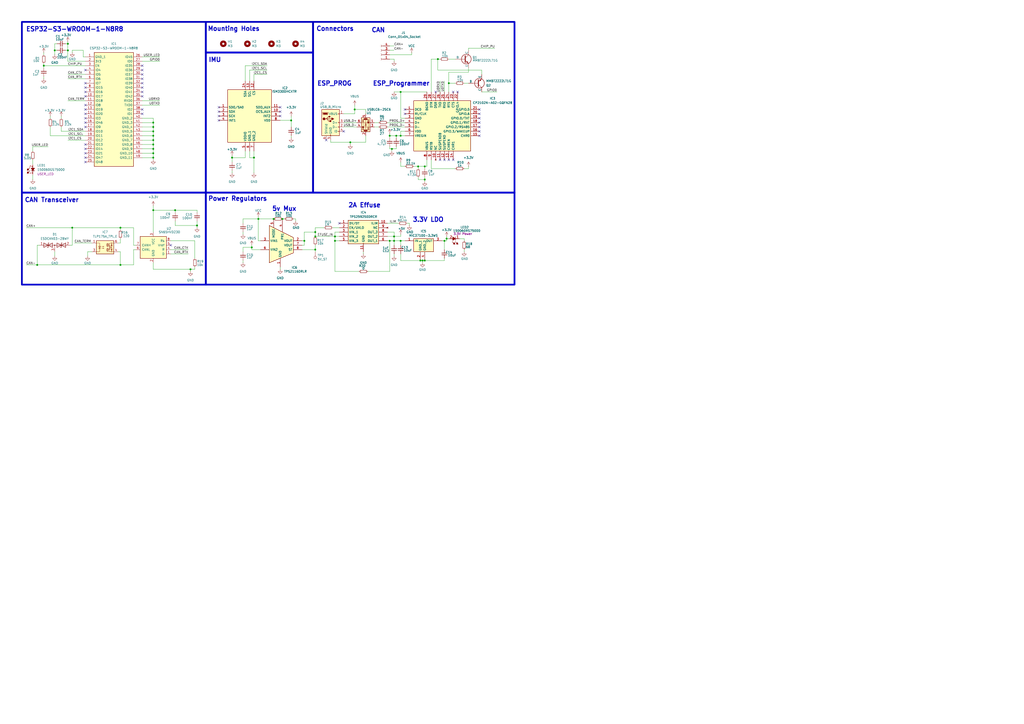
<source format=kicad_sch>
(kicad_sch (version 20250114) (generator "eeschema") (generator_version "9.0")
  (paper "A2")
  (rectangle (start 181.61 12.7) (end 298.45 111.76) (stroke (width 1)))
  (rectangle (start 12.7 12.7) (end 119.38 111.76) (stroke (width 1)))
  (rectangle (start 119.38 111.76) (end 298.45 165.1) (stroke (width 1)))
  (rectangle (start 12.7 111.76) (end 119.38 165.1) (stroke (width 1)))
  (rectangle (start 119.38 12.7) (end 181.61 30.48) (stroke (width 1)))
  (rectangle (start 119.38 30.48) (end 181.61 111.76) (stroke (width 1)))
  (text "3.3V LDO" (at 239.268 129.032 0) (effects (font (size 2.56 2.56) (thickness 0.512) (bold yes)) (justify left bottom)))
  (text "Mounting Holes" (at 120.396 18.288 0) (effects (font (size 2.56 2.56) (thickness 0.512) (bold yes)) (justify left bottom)))
  (text "ESP_Programmer" (at 216.154 50.038 0) (effects (font (size 2.56 2.56) (thickness 0.512) (bold yes)) (justify left bottom)))
  (text "Connectors\n" (at 183.388 18.288 0) (effects (font (size 2.56 2.56) (thickness 0.512) (bold yes)) (justify left bottom)))
  (text "IMU" (at 120.904 36.322 0) (effects (font (size 2.56 2.56) (thickness 0.512) (bold yes)) (justify left bottom)))
  (text "5v Mux" (at 157.734 122.682 0) (effects (font (size 2.56 2.56) (thickness 0.512) (bold yes)) (justify left bottom)))
  (text "ESP32-S3-WROOM-1-N8R8" (at 14.986 18.542 0) (effects (font (size 2.56 2.56) (thickness 0.512) (bold yes)) (justify left bottom)))
  (text "Power Regulators" (at 120.65 116.84 0) (effects (font (size 2.56 2.56) (thickness 0.512) (bold yes)) (justify left bottom)))
  (text "CAN" (at 215.392 19.05 0) (effects (font (size 2.56 2.56) (thickness 0.512) (bold yes)) (justify left bottom)))
  (text "ESP_PROG" (at 183.896 50.038 0) (effects (font (size 2.56 2.56) (thickness 0.512) (bold yes)) (justify left bottom)))
  (text "2A Effuse" (at 201.93 120.65 0) (effects (font (size 2.56 2.56) (thickness 0.512) (bold yes)) (justify left bottom)))
  (text "CAN Transceiver" (at 14.224 117.602 0) (effects (font (size 2.56 2.56) (thickness 0.512) (bold yes)) (justify left bottom)))
  (junction (at 168.91 69.85))
  (junction (at 226.06 139.7))
  (junction (at 88.9 78.74))
  (junction (at 149.86 127))
  (junction (at 147.32 91.44))
  (junction (at 245.11 151.13))
  (junction (at 69.85 153.67))
  (junction (at 88.9 86.36))
  (junction (at 182.88 144.78))
  (junction (at 205.74 63.5))
  (junction (at 39.37 29.21))
  (junction (at 246.38 151.13))
  (junction (at 176.53 139.7))
  (junction (at 41.91 132.08))
  (junction (at 158.75 127))
  (junction (at 25.4 38.1))
  (junction (at 232.41 78.74))
  (junction (at 232.41 53.34))
  (junction (at 228.6 137.16))
  (junction (at 101.6 121.92))
  (junction (at 246.38 96.52))
  (junction (at 88.9 76.2))
  (junction (at 243.84 151.13))
  (junction (at 232.41 139.7))
  (junction (at 88.9 81.28))
  (junction (at 194.31 139.7))
  (junction (at 88.9 73.66))
  (junction (at 246.38 104.14))
  (junction (at 88.9 88.9))
  (junction (at 182.88 137.16))
  (junction (at 146.05 143.51))
  (junction (at 39.37 25.4))
  (junction (at 88.9 71.12))
  (junction (at 110.49 156.21))
  (junction (at 260.35 48.26))
  (junction (at 226.06 78.74))
  (junction (at 257.81 139.7))
  (junction (at 242.57 96.52))
  (junction (at 134.62 91.44))
  (junction (at 114.3 130.81))
  (junction (at 31.75 29.21))
  (junction (at 88.9 121.92))
  (junction (at 203.2 82.55))
  (junction (at 227.33 86.36))
  (junction (at 163.83 127))
  (junction (at 259.08 138.43))
  (junction (at 69.85 132.08))
  (junction (at 228.6 139.7))
  (junction (at 229.87 78.74))
  (junction (at 254 34.29))
  (junction (at 21.59 153.67))
  (junction (at 194.31 137.16))
  (junction (at 88.9 83.82))
  (junction (at 182.88 134.62))
  (junction (at 88.9 91.44))
  (no_connect (at 49.53 71.12))
  (no_connect (at 278.13 66.04))
  (no_connect (at 49.53 48.26))
  (no_connect (at 99.06 142.24))
  (no_connect (at 82.55 66.04))
  (no_connect (at 82.55 45.72))
  (no_connect (at 49.53 66.04))
  (no_connect (at 162.56 67.31))
  (no_connect (at 49.53 40.64))
  (no_connect (at 278.13 78.74))
  (no_connect (at 234.95 63.5))
  (no_connect (at 49.53 55.88))
  (no_connect (at 49.53 93.98))
  (no_connect (at 82.55 43.18))
  (no_connect (at 278.13 73.66))
  (no_connect (at 278.13 71.12))
  (no_connect (at 127 69.85))
  (no_connect (at 278.13 68.58))
  (no_connect (at 265.43 53.34))
  (no_connect (at 49.53 60.96))
  (no_connect (at 162.56 62.23))
  (no_connect (at 278.13 76.2))
  (no_connect (at 189.23 81.28))
  (no_connect (at 49.53 86.36))
  (no_connect (at 82.55 50.8))
  (no_connect (at 257.81 92.71))
  (no_connect (at 49.53 88.9))
  (no_connect (at 49.53 50.8))
  (no_connect (at 49.53 63.5))
  (no_connect (at 82.55 63.5))
  (no_connect (at 127 64.77))
  (no_connect (at 196.85 129.54))
  (no_connect (at 127 62.23))
  (no_connect (at 82.55 40.64))
  (no_connect (at 199.39 76.2))
  (no_connect (at 234.95 66.04))
  (no_connect (at 82.55 55.88))
  (no_connect (at 162.56 64.77))
  (no_connect (at 127 67.31))
  (no_connect (at 49.53 91.44))
  (no_connect (at 82.55 53.34))
  (no_connect (at 262.89 92.71))
  (no_connect (at 49.53 68.58))
  (no_connect (at 82.55 38.1))
  (no_connect (at 49.53 73.66))
  (no_connect (at 262.89 53.34))
  (no_connect (at 252.73 53.34))
  (no_connect (at 278.13 63.5))
  (no_connect (at 260.35 92.71))
  (no_connect (at 49.53 53.34))
  (no_connect (at 49.53 83.82))
  (no_connect (at 82.55 48.26))
  (no_connect (at 255.27 92.71))
  (wire (pts (xy 25.4 44.45) (xy 25.4 45.72)))
  (wire (pts (xy 39.37 29.21) (xy 39.37 35.56)))
  (wire (pts (xy 194.31 137.16) (xy 194.31 134.62)))
  (wire (pts (xy 25.4 36.83) (xy 25.4 38.1)))
  (wire (pts (xy 41.91 142.24) (xy 40.64 142.24)))
  (wire (pts (xy 232.41 68.58) (xy 232.41 53.34)))
  (wire (pts (xy 205.74 66.04) (xy 205.74 63.5)))
  (wire (pts (xy 229.87 85.09) (xy 229.87 86.36)))
  (wire (pts (xy 217.17 73.66) (xy 219.71 73.66)))
  (wire (pts (xy 134.62 90.17) (xy 134.62 91.44)))
  (wire (pts (xy 271.78 27.94) (xy 287.02 27.94)))
  (wire (pts (xy 113.03 156.21) (xy 110.49 156.21)))
  (wire (pts (xy 82.55 91.44) (xy 88.9 91.44)))
  (wire (pts (xy 229.87 78.74) (xy 229.87 80.01)))
  (wire (pts (xy 232.41 76.2) (xy 232.41 78.74)))
  (wire (pts (xy 257.81 139.7) (xy 257.81 144.78)))
  (wire (pts (xy 175.26 142.24) (xy 176.53 142.24)))
  (wire (pts (xy 227.33 86.36) (xy 227.33 87.63)))
  (wire (pts (xy 236.22 129.54) (xy 237.49 129.54)))
  (wire (pts (xy 35.56 73.66) (xy 35.56 76.2)))
  (wire (pts (xy 260.35 48.26) (xy 260.35 53.34)))
  (wire (pts (xy 168.91 69.85) (xy 168.91 73.66)))
  (wire (pts (xy 31.75 31.75) (xy 31.75 29.21)))
  (wire (pts (xy 271.78 96.52) (xy 271.78 97.79)))
  (wire (pts (xy 194.31 134.62) (xy 196.85 134.62)))
  (wire (pts (xy 238.76 31.75) (xy 238.76 30.48)))
  (wire (pts (xy 246.38 102.87) (xy 246.38 104.14)))
  (wire (pts (xy 182.88 134.62) (xy 182.88 137.16)))
  (wire (pts (xy 99.06 139.7) (xy 113.03 139.7)))
  (wire (pts (xy 19.05 85.09) (xy 19.05 87.63)))
  (wire (pts (xy 232.41 137.16) (xy 232.41 135.89)))
  (wire (pts (xy 224.79 73.66) (xy 234.95 73.66)))
  (wire (pts (xy 113.03 139.7) (xy 113.03 149.86)))
  (wire (pts (xy 41.91 132.08) (xy 69.85 132.08)))
  (wire (pts (xy 226.06 86.36) (xy 227.33 86.36)))
  (wire (pts (xy 31.75 25.4) (xy 31.75 29.21)))
  (wire (pts (xy 39.37 81.28) (xy 49.53 81.28)))
  (wire (pts (xy 69.85 132.08) (xy 69.85 133.35)))
  (wire (pts (xy 269.24 97.79) (xy 271.78 97.79)))
  (wire (pts (xy 35.56 67.31) (xy 35.56 68.58)))
  (wire (pts (xy 15.24 153.67) (xy 21.59 153.67)))
  (wire (pts (xy 168.91 78.74) (xy 168.91 80.01)))
  (wire (pts (xy 227.33 86.36) (xy 229.87 86.36)))
  (wire (pts (xy 228.6 34.29) (xy 228.6 35.56)))
  (wire (pts (xy 269.24 48.26) (xy 271.78 48.26)))
  (wire (pts (xy 88.9 86.36) (xy 88.9 83.82)))
  (wire (pts (xy 243.84 151.13) (xy 232.41 151.13)))
  (wire (pts (xy 182.88 137.16) (xy 194.31 137.16)))
  (wire (pts (xy 254 34.29) (xy 255.27 34.29)))
  (wire (pts (xy 82.55 86.36) (xy 88.9 86.36)))
  (wire (pts (xy 101.6 128.27) (xy 101.6 130.81)))
  (wire (pts (xy 149.86 125.73) (xy 149.86 127)))
  (wire (pts (xy 78.74 144.78) (xy 77.47 144.78)))
  (wire (pts (xy 142.24 38.1) (xy 154.94 38.1)))
  (wire (pts (xy 237.49 129.54) (xy 237.49 130.81)))
  (wire (pts (xy 149.86 127) (xy 149.86 139.7)))
  (wire (pts (xy 226.06 77.47) (xy 226.06 78.74)))
  (wire (pts (xy 43.18 140.97) (xy 53.34 140.97)))
  (wire (pts (xy 49.53 33.02) (xy 48.26 33.02)))
  (wire (pts (xy 259.08 138.43) (xy 259.08 139.7)))
  (wire (pts (xy 50.8 146.05) (xy 50.8 148.59)))
  (wire (pts (xy 88.9 76.2) (xy 88.9 73.66)))
  (wire (pts (xy 149.86 127) (xy 158.75 127)))
  (wire (pts (xy 19.05 92.71) (xy 19.05 95.25)))
  (wire (pts (xy 69.85 138.43) (xy 69.85 140.97)))
  (wire (pts (xy 242.57 96.52) (xy 242.57 97.79)))
  (wire (pts (xy 88.9 88.9) (xy 88.9 86.36)))
  (wire (pts (xy 228.6 147.32) (xy 228.6 148.59)))
  (wire (pts (xy 228.6 134.62) (xy 228.6 137.16)))
  (wire (pts (xy 175.26 144.78) (xy 182.88 144.78)))
  (wire (pts (xy 69.85 153.67) (xy 77.47 153.67)))
  (wire (pts (xy 279.4 53.34) (xy 288.29 53.34)))
  (wire (pts (xy 88.9 121.92) (xy 88.9 119.38)))
  (wire (pts (xy 232.41 96.52) (xy 234.95 96.52)))
  (wire (pts (xy 224.79 137.16) (xy 228.6 137.16)))
  (wire (pts (xy 182.88 132.08) (xy 187.96 132.08)))
  (wire (pts (xy 144.78 87.63) (xy 144.78 91.44)))
  (wire (pts (xy 88.9 71.12) (xy 88.9 68.58)))
  (wire (pts (xy 99.06 147.32) (xy 109.22 147.32)))
  (wire (pts (xy 232.41 139.7) (xy 234.95 139.7)))
  (wire (pts (xy 82.55 78.74) (xy 88.9 78.74)))
  (wire (pts (xy 21.59 153.67) (xy 69.85 153.67)))
  (wire (pts (xy 101.6 121.92) (xy 101.6 123.19)))
  (wire (pts (xy 134.62 91.44) (xy 134.62 93.98)))
  (wire (pts (xy 162.56 154.94) (xy 162.56 156.21)))
  (wire (pts (xy 245.11 151.13) (xy 245.11 152.4)))
  (wire (pts (xy 194.31 139.7) (xy 196.85 139.7)))
  (wire (pts (xy 203.2 82.55) (xy 212.09 82.55)))
  (wire (pts (xy 114.3 128.27) (xy 114.3 130.81)))
  (wire (pts (xy 232.41 78.74) (xy 234.95 78.74)))
  (wire (pts (xy 246.38 96.52) (xy 247.65 96.52)))
  (wire (pts (xy 176.53 142.24) (xy 176.53 139.7)))
  (wire (pts (xy 31.75 29.21) (xy 33.02 29.21)))
  (wire (pts (xy 243.84 151.13) (xy 245.11 151.13)))
  (wire (pts (xy 226.06 80.01) (xy 226.06 78.74)))
  (wire (pts (xy 199.39 73.66) (xy 207.01 73.66)))
  (wire (pts (xy 146.05 142.24) (xy 146.05 143.51)))
  (wire (pts (xy 50.8 146.05) (xy 53.34 146.05)))
  (wire (pts (xy 19.05 101.6) (xy 19.05 104.14)))
  (wire (pts (xy 271.78 41.91) (xy 260.35 41.91)))
  (wire (pts (xy 110.49 156.21) (xy 88.9 156.21)))
  (wire (pts (xy 228.6 139.7) (xy 232.41 139.7)))
  (wire (pts (xy 21.59 142.24) (xy 22.86 142.24)))
  (wire (pts (xy 171.45 127) (xy 171.45 128.27)))
  (wire (pts (xy 228.6 137.16) (xy 228.6 139.7)))
  (wire (pts (xy 110.49 156.21) (xy 110.49 157.48)))
  (wire (pts (xy 82.55 73.66) (xy 88.9 73.66)))
  (wire (pts (xy 247.65 92.71) (xy 247.65 96.52)))
  (wire (pts (xy 271.78 27.94) (xy 271.78 29.21)))
  (wire (pts (xy 194.31 137.16) (xy 196.85 137.16)))
  (wire (pts (xy 140.97 143.51) (xy 140.97 146.05)))
  (wire (pts (xy 140.97 135.89) (xy 140.97 134.62)))
  (wire (pts (xy 279.4 43.18) (xy 279.4 40.64)))
  (wire (pts (xy 144.78 40.64) (xy 154.94 40.64)))
  (wire (pts (xy 260.35 48.26) (xy 264.16 48.26)))
  (wire (pts (xy 77.47 132.08) (xy 77.47 142.24)))
  (wire (pts (xy 142.24 91.44) (xy 134.62 91.44)))
  (wire (pts (xy 19.05 85.09) (xy 27.94 85.09)))
  (wire (pts (xy 256.54 139.7) (xy 257.81 139.7)))
  (wire (pts (xy 199.39 66.04) (xy 205.74 66.04)))
  (wire (pts (xy 147.32 46.99) (xy 147.32 43.18)))
  (wire (pts (xy 101.6 130.81) (xy 114.3 130.81)))
  (wire (pts (xy 217.17 71.12) (xy 219.71 71.12)))
  (wire (pts (xy 259.08 138.43) (xy 259.08 137.16)))
  (wire (pts (xy 82.55 81.28) (xy 88.9 81.28)))
  (wire (pts (xy 69.85 140.97) (xy 68.58 140.97)))
  (wire (pts (xy 77.47 144.78) (xy 77.47 153.67)))
  (wire (pts (xy 228.6 139.7) (xy 228.6 142.24)))
  (wire (pts (xy 29.21 67.31) (xy 29.21 68.58)))
  (wire (pts (xy 48.26 29.21) (xy 41.91 29.21)))
  (wire (pts (xy 77.47 142.24) (xy 78.74 142.24)))
  (wire (pts (xy 232.41 147.32) (xy 232.41 151.13)))
  (wire (pts (xy 39.37 35.56) (xy 49.53 35.56)))
  (wire (pts (xy 176.53 139.7) (xy 175.26 139.7)))
  (wire (pts (xy 147.32 91.44) (xy 147.32 100.33)))
  (wire (pts (xy 31.75 146.05) (xy 31.75 148.59)))
  (wire (pts (xy 213.36 157.48) (xy 226.06 157.48)))
  (wire (pts (xy 29.21 78.74) (xy 49.53 78.74)))
  (wire (pts (xy 224.79 129.54) (xy 231.14 129.54)))
  (wire (pts (xy 246.38 104.14) (xy 246.38 105.41)))
  (wire (pts (xy 226.06 26.67) (xy 228.6 26.67)))
  (wire (pts (xy 82.55 88.9) (xy 88.9 88.9)))
  (wire (pts (xy 250.19 97.79) (xy 264.16 97.79)))
  (wire (pts (xy 82.55 83.82) (xy 88.9 83.82)))
  (wire (pts (xy 29.21 73.66) (xy 29.21 78.74)))
  (wire (pts (xy 88.9 73.66) (xy 88.9 71.12)))
  (wire (pts (xy 31.75 25.4) (xy 33.02 25.4)))
  (wire (pts (xy 269.24 138.43) (xy 269.24 139.7)))
  (wire (pts (xy 259.08 138.43) (xy 260.35 138.43)))
  (wire (pts (xy 114.3 121.92) (xy 114.3 123.19)))
  (wire (pts (xy 242.57 96.52) (xy 246.38 96.52)))
  (wire (pts (xy 242.57 104.14) (xy 246.38 104.14)))
  (wire (pts (xy 113.03 154.94) (xy 113.03 156.21)))
  (wire (pts (xy 88.9 156.21) (xy 88.9 152.4)))
  (wire (pts (xy 69.85 132.08) (xy 77.47 132.08)))
  (wire (pts (xy 25.4 30.48) (xy 25.4 31.75)))
  (wire (pts (xy 146.05 143.51) (xy 146.05 144.78)))
  (wire (pts (xy 229.87 78.74) (xy 232.41 78.74)))
  (wire (pts (xy 210.82 146.05) (xy 210.82 147.32)))
  (wire (pts (xy 250.19 53.34) (xy 250.19 34.29)))
  (wire (pts (xy 39.37 45.72) (xy 49.53 45.72)))
  (wire (pts (xy 39.37 24.13) (xy 39.37 25.4)))
  (wire (pts (xy 250.19 34.29) (xy 254 34.29)))
  (wire (pts (xy 257.81 149.86) (xy 257.81 151.13)))
  (wire (pts (xy 182.88 142.24) (xy 182.88 144.78)))
  (wire (pts (xy 82.55 35.56) (xy 92.71 35.56)))
  (wire (pts (xy 245.11 151.13) (xy 246.38 151.13)))
  (wire (pts (xy 269.24 144.78) (xy 269.24 146.05)))
  (wire (pts (xy 176.53 134.62) (xy 182.88 134.62)))
  (wire (pts (xy 199.39 71.12) (xy 207.01 71.12)))
  (wire (pts (xy 68.58 146.05) (xy 69.85 146.05)))
  (wire (pts (xy 147.32 87.63) (xy 147.32 91.44)))
  (wire (pts (xy 194.31 157.48) (xy 208.28 157.48)))
  (wire (pts (xy 191.77 81.28) (xy 191.77 82.55)))
  (wire (pts (xy 232.41 76.2) (xy 234.95 76.2)))
  (wire (pts (xy 171.45 127) (xy 170.18 127)))
  (wire (pts (xy 228.6 29.21) (xy 226.06 29.21)))
  (wire (pts (xy 114.3 130.81) (xy 114.3 132.08)))
  (wire (pts (xy 39.37 43.18) (xy 49.53 43.18)))
  (wire (pts (xy 266.7 138.43) (xy 269.24 138.43)))
  (wire (pts (xy 144.78 91.44) (xy 147.32 91.44)))
  (wire (pts (xy 182.88 144.78) (xy 182.88 146.05)))
  (wire (pts (xy 146.05 143.51) (xy 140.97 143.51)))
  (wire (pts (xy 224.79 139.7) (xy 226.06 139.7)))
  (wire (pts (xy 140.97 151.13) (xy 140.97 152.4)))
  (wire (pts (xy 255.27 46.99) (xy 255.27 53.34)))
  (wire (pts (xy 226.06 78.74) (xy 229.87 78.74)))
  (wire (pts (xy 254 40.64) (xy 254 34.29)))
  (wire (pts (xy 226.06 31.75) (xy 238.76 31.75)))
  (wire (pts (xy 168.91 67.31) (xy 168.91 69.85)))
  (wire (pts (xy 232.41 142.24) (xy 232.41 139.7)))
  (wire (pts (xy 226.06 139.7) (xy 228.6 139.7)))
  (wire (pts (xy 39.37 25.4) (xy 39.37 29.21)))
  (wire (pts (xy 41.91 29.21) (xy 41.91 30.48)))
  (wire (pts (xy 194.31 137.16) (xy 194.31 139.7)))
  (wire (pts (xy 212.09 78.74) (xy 212.09 82.55)))
  (wire (pts (xy 82.55 58.42) (xy 92.71 58.42)))
  (wire (pts (xy 250.19 92.71) (xy 250.19 97.79)))
  (wire (pts (xy 224.79 71.12) (xy 234.95 71.12)))
  (wire (pts (xy 69.85 146.05) (xy 69.85 153.67)))
  (wire (pts (xy 232.41 93.98) (xy 232.41 96.52)))
  (wire (pts (xy 38.1 29.21) (xy 39.37 29.21)))
  (wire (pts (xy 260.35 41.91) (xy 260.35 48.26)))
  (wire (pts (xy 88.9 78.74) (xy 88.9 76.2)))
  (wire (pts (xy 48.26 33.02) (xy 48.26 29.21)))
  (wire (pts (xy 176.53 139.7) (xy 176.53 134.62)))
  (wire (pts (xy 212.09 66.04) (xy 212.09 63.5)))
  (wire (pts (xy 35.56 76.2) (xy 49.53 76.2)))
  (wire (pts (xy 25.4 38.1) (xy 49.53 38.1)))
  (wire (pts (xy 134.62 99.06) (xy 134.62 100.33)))
  (wire (pts (xy 82.55 33.02) (xy 92.71 33.02)))
  (wire (pts (xy 259.08 139.7) (xy 257.81 139.7)))
  (wire (pts (xy 182.88 132.08) (xy 182.88 134.62)))
  (wire (pts (xy 242.57 102.87) (xy 242.57 104.14)))
  (wire (pts (xy 88.9 83.82) (xy 88.9 81.28)))
  (wire (pts (xy 140.97 127) (xy 149.86 127)))
  (wire (pts (xy 247.65 53.34) (xy 232.41 53.34)))
  (wire (pts (xy 224.79 134.62) (xy 228.6 134.62)))
  (wire (pts (xy 271.78 39.37) (xy 271.78 41.91)))
  (wire (pts (xy 88.9 121.92) (xy 88.9 134.62)))
  (wire (pts (xy 228.6 34.29) (xy 226.06 34.29)))
  (wire (pts (xy 226.06 157.48) (xy 226.06 139.7)))
  (wire (pts (xy 147.32 43.18) (xy 154.94 43.18)))
  (wire (pts (xy 39.37 58.42) (xy 49.53 58.42)))
  (wire (pts (xy 246.38 96.52) (xy 246.38 97.79)))
  (wire (pts (xy 203.2 82.55) (xy 203.2 83.82)))
  (wire (pts (xy 25.4 39.37) (xy 25.4 38.1)))
  (wire (pts (xy 142.24 46.99) (xy 142.24 38.1)))
  (wire (pts (xy 88.9 91.44) (xy 88.9 88.9)))
  (wire (pts (xy 142.24 87.63) (xy 142.24 91.44)))
  (wire (pts (xy 162.56 69.85) (xy 168.91 69.85)))
  (wire (pts (xy 234.95 68.58) (xy 232.41 68.58)))
  (wire (pts (xy 203.2 82.55) (xy 191.77 82.55)))
  (wire (pts (xy 149.86 139.7) (xy 151.13 139.7)))
  (wire (pts (xy 99.06 144.78) (xy 109.22 144.78)))
  (wire (pts (xy 88.9 68.58) (xy 82.55 68.58)))
  (wire (pts (xy 140.97 127) (xy 140.97 129.54)))
  (wire (pts (xy 228.6 137.16) (xy 232.41 137.16)))
  (wire (pts (xy 101.6 121.92) (xy 114.3 121.92)))
  (wire (pts (xy 246.38 151.13) (xy 257.81 151.13)))
  (wire (pts (xy 240.03 96.52) (xy 242.57 96.52)))
  (wire (pts (xy 205.74 63.5) (xy 205.74 60.96)))
  (wire (pts (xy 212.09 63.5) (xy 205.74 63.5)))
  (wire (pts (xy 226.06 85.09) (xy 226.06 86.36)))
  (wire (pts (xy 82.55 76.2) (xy 88.9 76.2)))
  (wire (pts (xy 144.78 46.99) (xy 144.78 40.64)))
  (wire (pts (xy 82.55 60.96) (xy 92.71 60.96)))
  (wire (pts (xy 38.1 25.4) (xy 39.37 25.4)))
  (wire (pts (xy 194.31 139.7) (xy 194.31 157.48)))
  (wire (pts (xy 279.4 40.64) (xy 254 40.64)))
  (wire (pts (xy 82.55 71.12) (xy 88.9 71.12)))
  (wire (pts (xy 193.04 132.08) (xy 196.85 132.08)))
  (wire (pts (xy 165.1 127) (xy 163.83 127)))
  (wire (pts (xy 15.24 132.08) (xy 41.91 132.08)))
  (wire (pts (xy 146.05 144.78) (xy 151.13 144.78)))
  (wire (pts (xy 88.9 121.92) (xy 101.6 121.92)))
  (wire (pts (xy 41.91 132.08) (xy 41.91 142.24)))
  (wire (pts (xy 21.59 142.24) (xy 21.59 153.67)))
  (wire (pts (xy 232.41 53.34) (xy 228.6 53.34)))
  (wire (pts (xy 88.9 92.71) (xy 88.9 91.44)))
  (wire (pts (xy 257.81 46.99) (xy 257.81 53.34)))
  (wire (pts (xy 260.35 34.29) (xy 264.16 34.29)))
  (wire (pts (xy 88.9 81.28) (xy 88.9 78.74)))
  (label "CHIP_PU" (at 39.37 38.1 0))
  (label "CAN-" (at 15.24 153.67 0))
  (label "CAN_RTX" (at 109.22 147.32 180))
  (label "USB_D-" (at 207.01 73.66 180))
  (label "CAN_TERM" (at 39.37 58.42 0))
  (label "U0TXD" (at 92.71 60.96 180))
  (label "I2C1_SDA" (at 39.37 76.2 0))
  (label "EFUSE_IN" (at 184.15 137.16 0))
  (label "PROG_D+" (at 234.95 71.12 180))
  (label "PROG_D-" (at 234.95 73.66 180))
  (label "CAN+" (at 15.24 132.08 0))
  (label "CAN_CTX" (at 109.22 144.78 180))
  (label "U0RXD" (at 255.27 46.99 270))
  (label "ILIM" (at 229.87 129.54 180))
  (label "I2C1_SDA" (at 154.94 38.1 180))
  (label "CAN_RTX" (at 39.37 45.72 0))
  (label "CAN-" (at 228.6 29.21 0))
  (label "USER_LED" (at 27.94 85.09 180))
  (label "GPIO0" (at 288.29 53.34 180))
  (label "CAN_TERM" (at 43.18 140.97 0))
  (label "CAN+" (at 228.6 26.67 0))
  (label "CHIP_PU" (at 287.02 27.94 180))
  (label "I2C1_SCL" (at 154.94 40.64 180))
  (label "USB_D+" (at 207.01 71.12 180))
  (label "I2C1_CS" (at 39.37 81.28 0))
  (label "I2C1_SCL" (at 39.37 78.74 0))
  (label "U0TXD" (at 257.81 46.99 270))
  (label "U0RXD" (at 92.71 58.42 180))
  (label "GPIO0" (at 92.71 35.56 180))
  (label "USER_LED" (at 92.71 33.02 180))
  (label "CAN_CTX" (at 39.37 43.18 0))
  (label "I2C1_CS" (at 154.94 43.18 180))
  (symbol (lib_id "power:+3.3V") (at 259.08 137.16 0) (unit 1)
    (property "Reference" "#PWR032" (effects (hide yes)))
    (property "Value" "+3.3V" (at 259.08 133.35 0))
    (property "Description" "Power symbol creates a global label with name \"+3.3V\"" (effects (hide yes)))
  )
  (symbol (lib_id "power:GND") (at 114.3 132.08 0) (unit 1)
    (property "Reference" "#PWR029" (effects (hide yes)))
    (property "Value" "GND" (at 114.3 137.16 0))
    (property "Description" "Power symbol creates a global label with name \"GND\" , ground" (effects (hide yes)))
  )
  (symbol (lib_id "Device:C_Small") (at 134.62 96.52 180) (unit 1)
    (property "Reference" "C7" (at 139.7 95.504 0) (effects (justify left)))
    (property "Value" "1uF" (at 140.462 97.282 0) (effects (justify left)))
    (property "Footprint" "Capacitor_SMD:C_0603_1608Metric" (effects (hide yes)))
  )
  (symbol (lib_id "Device:R_Small") (at 161.29 127 270) (unit 1)
    (property "Reference" "R12" (at 159.512 123.698 90) (effects (justify left)))
    (property "Value" "10k" (at 161.29 125.222 90))
    (property "Footprint" "Resistor_SMD:R_0603_1608Metric" (effects (hide yes)))
  )
  (symbol (lib_id "power:GND") (at 168.91 80.01 0) (unit 1)
    (property "Reference" "#PWR014" (effects (hide yes)))
    (property "Value" "GND" (at 168.91 85.09 0))
    (property "Description" "Power symbol creates a global label with name \"GND\" , ground" (effects (hide yes)))
  )
  (symbol (lib_id "power:+3.3V") (at 88.9 119.38 0) (unit 1)
    (property "Reference" "#PWR025" (effects (hide yes)))
    (property "Value" "+3.3V" (at 88.9 114.3 0))
    (property "Description" "Power symbol creates a global label with name \"+3.3V\"" (effects (hide yes)))
  )
  (symbol (lib_id "SDM_LED:150060RS75000") (at 266.7 138.43 180) (unit 1)
    (property "Reference" "LED2" (at 269.494 131.826 0))
    (property "Value" "150060RS75000" (at 270.764 133.858 0))
    (property "Footprint" "SDM_MiscFootprint:LEDC1608X80N" (effects (hide yes)))
    (property "Datasheet" "https://www.we-online.com/components/products/datasheet/150060RS75000.pdf" (effects (hide yes)))
    (property "Description" "WURTH ELEKTRONIK - 150060RS75000 - LED, 0603, RED, 250MCD, 625NM" (effects (hide yes)))
    (property "Measure" "3.3V Power" (at 268.478 135.636 0))
    (property "Height" "0.8" (effects (hide yes)))
    (property "Mouser Part Number" "710-150060RS75000" (effects (hide yes)))
    (property "Mouser Price/Stock" "https://www.mouser.co.uk/ProductDetail/Wurth-Elektronik/150060RS75000?qs=LlUlMxKIyB3QnmZ3fw%2FVCA%3D%3D" (effects (hide yes)))
    (property "Manufacturer_Name" "Wurth Elektronik" (effects (hide yes)))
    (property "Manufacturer_Part_Number" "150060RS75000" (effects (hide yes)))
  )
  (symbol (lib_id "Device:C_Small") (at 257.81 147.32 180) (unit 1)
    (property "Reference" "C14" (at 262.382 146.304 0) (effects (justify left)))
    (property "Value" "10uF" (at 264.668 148.082 0) (effects (justify left)))
    (property "Footprint" "Capacitor_SMD:C_0603_1608Metric" (effects (hide yes)))
  )
  (symbol (lib_id "Device:C_Small") (at 35.56 25.4 270) (unit 1)
    (property "Reference" "C1" (at 32.258 21.082 90) (effects (justify left)))
    (property "Value" "10uF" (at 32.258 22.86 90) (effects (justify left)))
    (property "Footprint" "Capacitor_SMD:C_0603_1608Metric" (effects (hide yes)))
  )
  (symbol (lib_id "Connector:USB_B_Micro") (at 191.77 71.12 0) (unit 1)
    (property "Reference" "J2" (at 186.69 59.944 0))
    (property "Value" "USB_B_Micro" (at 191.77 61.976 0))
    (property "Footprint" "Connector_USB:USB_Micro-B_Molex-105017-0001" (effects (hide yes)))
    (property "Description" "USB Micro Type B connector" (effects (hide yes)))
  )
  (symbol (lib_id "Device:R_Small") (at 35.56 71.12 0) (unit 1)
    (property "Reference" "R5" (at 37.338 70.612 0) (effects (justify left)))
    (property "Value" "2.2k" (at 37.338 72.136 0) (effects (justify left)))
    (property "Footprint" "Resistor_SMD:R_0603_1608Metric" (effects (hide yes)))
  )
  (symbol (lib_id "Device:C_Small") (at 246.38 100.33 180) (unit 1)
    (property "Reference" "C8" (at 250.952 99.314 0) (effects (justify left)))
    (property "Value" "1uF" (at 252.222 101.092 0) (effects (justify left)))
    (property "Footprint" "Capacitor_SMD:C_0603_1608Metric" (effects (hide yes)))
  )
  (symbol (lib_id "Device:C_Small") (at 35.56 29.21 270) (unit 1)
    (property "Reference" "C2" (at 33.528 31.75 90) (effects (justify left)))
    (property "Value" "100nF" (at 33.02 33.274 90) (effects (justify left)))
    (property "Footprint" "Capacitor_SMD:C_0603_1608Metric" (effects (hide yes)))
  )
  (symbol (lib_id "power:GND") (at 19.05 104.14 0) (unit 1)
    (property "Reference" "#PWR023" (effects (hide yes)))
    (property "Value" "GND" (at 19.05 109.22 0))
    (property "Description" "Power symbol creates a global label with name \"GND\" , ground" (effects (hide yes)))
  )
  (symbol (lib_id "Device:R_Small") (at 233.68 129.54 270) (unit 1)
    (property "Reference" "R14" (at 231.648 125.984 90) (effects (justify left)))
    (property "Value" "60.4k" (at 233.426 127.762 90))
    (property "Footprint" "Resistor_SMD:R_0603_1608Metric" (effects (hide yes)))
  )
  (symbol (lib_id "power:GND") (at 245.11 152.4 0) (unit 1)
    (property "Reference" "#PWR040" (effects (hide yes)))
    (property "Value" "GND" (at 245.11 156.464 0))
    (property "Description" "Power symbol creates a global label with name \"GND\" , ground" (effects (hide yes)))
  )
  (symbol (lib_id "power:GND") (at 41.91 30.48 0) (unit 1)
    (property "Reference" "#PWR03" (effects (hide yes)))
    (property "Value" "GND" (at 41.91 34.29 0))
    (property "Description" "Power symbol creates a global label with name \"GND\" , ground" (effects (hide yes)))
  )
  (symbol (lib_id "Mechanical:MountingHole") (at 143.51 25.4 0) (unit 1)
    (property "Reference" "H2" (at 146.05 24.13 0) (effects (justify left)))
    (property "Value" "M3" (at 146.05 26.67 0) (effects (justify left)))
    (property "Footprint" "MountingHole:MountingHole_3.2mm_M3" (effects (hide yes)))
  )
  (symbol (lib_id "power:+3.3V") (at 29.21 67.31 0) (unit 1)
    (property "Reference" "#PWR010" (effects (hide yes)))
    (property "Value" "+3.3V" (at 28.702 64.008 0))
    (property "Description" "Power symbol creates a global label with name \"+3.3V\"" (effects (hide yes)))
  )
  (symbol (lib_id "Device:R_Small") (at 210.82 157.48 90) (unit 1)
    (property "Reference" "R20" (at 212.09 154.178 90) (effects (justify left)))
    (property "Value" "0" (at 210.82 155.702 90))
    (property "Footprint" "Resistor_SMD:R_0603_1608Metric" (effects (hide yes)))
  )
  (symbol (lib_id "Device:R_Small") (at 25.4 34.29 180) (unit 1)
    (property "Reference" "R1" (at 23.114 33.782 0) (effects (justify left)))
    (property "Value" "10k" (at 22.86 35.306 0) (effects (justify left)))
    (property "Footprint" "Resistor_SMD:R_0603_1608Metric" (effects (hide yes)))
  )
  (symbol (lib_id "power:VBUS") (at 232.41 93.98 0) (unit 1)
    (property "Reference" "#PWR019" (effects (hide yes)))
    (property "Value" "VBUS" (at 232.41 88.9 0))
    (property "Description" "Power symbol creates a global label with name \"VBUS\"" (effects (hide yes)))
  )
  (symbol (lib_id "power:GND") (at 147.32 100.33 0) (unit 1)
    (property "Reference" "#PWR022" (effects (hide yes)))
    (property "Value" "GND" (at 147.32 105.41 0))
    (property "Description" "Power symbol creates a global label with name \"GND\" , ground" (effects (hide yes)))
  )
  (symbol (lib_id "SDM_EFUSE:TPS259250DRCR") (at 196.85 129.54 0) (unit 1)
    (property "Reference" "IC4" (at 210.82 123.19 0))
    (property "Value" "TPS259250DRCR" (at 210.82 125.73 0))
    (property "Footprint" "SON50P300X300X100-11L-D" (effects (hide yes)))
    (property "Datasheet" "http://www.ti.com/lit/gpn/tps25925" (effects (hide yes)))
    (property "Description" "5V, 5A, 30m eFuse with Adjustable +/-15% Accurate Current Limit" (effects (hide yes)))
    (property "Height" "1" (effects (hide yes)))
    (property "Mouser Part Number" "595-TPS259250DRCR" (effects (hide yes)))
    (property "Mouser Price/Stock" "https://www.mouser.co.uk/ProductDetail/Texas-Instruments/TPS259250DRCR?qs=rBWM4%252BvDhIeFy%2FS41XVtgA%3D%3D" (effects (hide yes)))
    (property "Manufacturer_Name" "Texas Instruments" (effects (hide yes)))
    (property "Manufacturer_Part_Number" "TPS259250DRCR" (effects (hide yes)))
  )
  (symbol (lib_id "SDM_TRANSISTOR:MMBT2222LT1G") (at 276.86 48.26 0) (mirror x) (unit 1)
    (property "Reference" "Q2" (at 281.94 49.5301 0) (effects (justify left)))
    (property "Value" "MMBT2222LT1G" (at 281.94 46.9901 0) (effects (justify left)))
    (property "Footprint" "SDM_MiscFootprint:SOT96P237X111-3N" (effects (hide yes)))
    (property "Datasheet" "https://ngspice.sourceforge.io/docs/ngspice-html-manual/manual.xhtml#cha_BJTs" (effects (hide yes)))
    (property "Description" "Bipolar transistor symbol for simulation only, substrate tied to the emitter" (effects (hide yes)))
    (property "Sim.Device" "NPN" (effects (hide yes)))
    (property "Sim.Type" "GUMMELPOON" (effects (hide yes)))
    (property "Sim.Pins" "1=C 2=B 3=E" (effects (hide yes)))
  )
  (symbol (lib_id "Device:R_Small") (at 242.57 100.33 0) (unit 1)
    (property "Reference" "R11" (at 237.49 99.568 0) (effects (justify left)))
    (property "Value" "47.5k" (at 236.22 101.346 0) (effects (justify left)))
    (property "Footprint" "Resistor_SMD:R_0603_1608Metric" (effects (hide yes)))
  )
  (symbol (lib_id "Device:R_Small") (at 269.24 142.24 180) (unit 1)
    (property "Reference" "R18" (at 274.066 141.478 0) (effects (justify left)))
    (property "Value" "68" (at 272.796 143.256 0) (effects (justify left)))
    (property "Footprint" "Resistor_SMD:R_0603_1608Metric" (effects (hide yes)))
  )
  (symbol (lib_id "Device:R_Small") (at 182.88 139.7 0) (unit 1)
    (property "Reference" "R17" (at 183.896 139.446 0) (effects (justify left)))
    (property "Value" "10k" (at 185.928 141.224 0))
    (property "Footprint" "Resistor_SMD:R_0603_1608Metric" (effects (hide yes)))
  )
  (symbol (lib_id "Device:C_Small") (at 232.41 144.78 180) (unit 1)
    (property "Reference" "C13" (at 236.728 143.51 0) (effects (justify left)))
    (property "Value" "10uF" (at 239.014 145.288 0) (effects (justify left)))
    (property "Footprint" "Capacitor_SMD:C_0603_1608Metric" (effects (hide yes)))
  )
  (symbol (lib_id "power:GND") (at 140.97 152.4 0) (unit 1)
    (property "Reference" "#PWR039" (effects (hide yes)))
    (property "Value" "GND" (at 140.97 157.48 0))
    (property "Description" "Power symbol creates a global label with name \"GND\" , ground" (effects (hide yes)))
  )
  (symbol (lib_id "power:GND") (at 110.49 157.48 0) (unit 1)
    (property "Reference" "#PWR042" (effects (hide yes)))
    (property "Value" "GND" (at 110.49 162.56 0))
    (property "Description" "Power symbol creates a global label with name \"GND\" , ground" (effects (hide yes)))
  )
  (symbol (lib_id "power:+3.3V") (at 39.37 24.13 0) (unit 1)
    (property "Reference" "#PWR01" (effects (hide yes)))
    (property "Value" "+3.3V" (at 38.354 20.32 0))
    (property "Description" "Power symbol creates a global label with name \"+3.3V\"" (effects (hide yes)))
  )
  (symbol (lib_id "Device:R_Small") (at 222.25 73.66 270) (unit 1)
    (property "Reference" "R7" (at 220.218 75.692 90) (effects (justify left)))
    (property "Value" "27" (at 220.218 77.47 90) (effects (justify left)))
    (property "Footprint" "Resistor_SMD:R_0603_1608Metric" (effects (hide yes)))
  )
  (symbol (lib_id "power:VCC") (at 238.76 30.48 0) (unit 1)
    (property "Reference" "#PWR04" (effects (hide yes)))
    (property "Value" "VCC" (at 238.76 26.67 0))
    (property "Description" "Power symbol creates a global label with name \"VCC\"" (effects (hide yes)))
  )
  (symbol (lib_id "Device:R_Small") (at 113.03 152.4 180) (unit 1)
    (property "Reference" "R19" (at 118.11 151.638 0) (effects (justify left)))
    (property "Value" "10k" (at 117.856 153.67 0) (effects (justify left)))
    (property "Footprint" "Resistor_SMD:R_0603_1608Metric" (effects (hide yes)))
  )
  (symbol (lib_id "power:+3.3V") (at 168.91 67.31 0) (unit 1)
    (property "Reference" "#PWR012" (effects (hide yes)))
    (property "Value" "+3.3V" (at 168.91 62.23 0))
    (property "Description" "Power symbol creates a global label with name \"+3.3V\"" (effects (hide yes)))
  )
  (symbol (lib_id "Device:R_Small") (at 257.81 34.29 270) (unit 1)
    (property "Reference" "R2" (at 256.286 30.734 90) (effects (justify left)))
    (property "Value" "10k" (at 256.286 32.512 90) (effects (justify left)))
    (property "Footprint" "Resistor_SMD:R_0603_1608Metric" (effects (hide yes)))
  )
  (symbol (lib_id "Device:C_Small") (at 226.06 82.55 180) (unit 1)
    (property "Reference" "C5" (at 223.774 81.788 0) (effects (justify left)))
    (property "Value" "4.7uF" (at 224.282 83.566 0) (effects (justify left)))
    (property "Footprint" "Capacitor_SMD:C_0603_1608Metric" (effects (hide yes)))
  )
  (symbol (lib_id "power:GND") (at 134.62 100.33 0) (unit 1)
    (property "Reference" "#PWR021" (effects (hide yes)))
    (property "Value" "GND" (at 134.62 105.41 0))
    (property "Description" "Power symbol creates a global label with name \"GND\" , ground" (effects (hide yes)))
  )
  (symbol (lib_id "Device:R_Small") (at 266.7 48.26 270) (unit 1)
    (property "Reference" "R3" (at 265.176 44.704 90) (effects (justify left)))
    (property "Value" "10k" (at 265.176 46.482 90) (effects (justify left)))
    (property "Footprint" "Resistor_SMD:R_0603_1608Metric" (effects (hide yes)))
  )
  (symbol (lib_id "SDM_OPTOCOUPLERS:TLP175A_TPL,E") (at 53.34 143.51 0) (unit 1)
    (property "Reference" "IC7" (at 60.96 134.62 0))
    (property "Value" "TLP175A_TPL,E" (at 60.96 137.16 0))
    (property "Footprint" "SDM_MiscFootprint:TLP266J" (effects (hide yes)))
    (property "Datasheet" "http://toshiba.semicon-storage.com/info/docget.jsp?did=13665&prodName=TLP175A" (effects (hide yes)))
    (property "Description" "MOSFET Output Optocouplers Trigger LED Current 1mA85dC3750 Vrms" (effects (hide yes)))
    (property "Height" "2" (effects (hide yes)))
    (property "Mouser Part Number" "757-TLP175A(TPLE" (effects (hide yes)))
    (property "Mouser Price/Stock" "https://www.mouser.co.uk/ProductDetail/Toshiba/TLP175ATPLE?qs=HVbQlW5zcXXp9ILK7hvmMw%3D%3D" (effects (hide yes)))
    (property "Manufacturer_Name" "Toshiba" (effects (hide yes)))
    (property "Manufacturer_Part_Number" "TLP175A(TPL,E" (effects (hide yes)))
  )
  (symbol (lib_id "power:+3.3V") (at 134.62 90.17 0) (unit 1)
    (property "Reference" "#PWR017" (effects (hide yes)))
    (property "Value" "+3.3V" (at 134.62 86.614 0))
    (property "Description" "Power symbol creates a global label with name \"+3.3V\"" (effects (hide yes)))
  )
  (symbol (lib_id "power:GND") (at 25.4 45.72 0) (unit 1)
    (property "Reference" "#PWR07" (effects (hide yes)))
    (property "Value" "GND" (at 25.4 50.8 0))
    (property "Description" "Power symbol creates a global label with name \"GND\" , ground" (effects (hide yes)))
  )
  (symbol (lib_id "power:GND") (at 237.49 130.81 0) (unit 1)
    (property "Reference" "#PWR028" (effects (hide yes)))
    (property "Value" "GND" (at 237.744 134.62 0))
    (property "Description" "Power symbol creates a global label with name \"GND\" , ground" (effects (hide yes)))
  )
  (symbol (lib_id "Device:C_Small") (at 140.97 132.08 180) (unit 1)
    (property "Reference" "C11" (at 143.002 131.318 0) (effects (justify right)))
    (property "Value" "1uF" (at 143.002 132.842 0) (effects (justify right)))
    (property "Footprint" "Capacitor_SMD:C_0603_1608Metric" (effects (hide yes)))
  )
  (symbol (lib_id "power:GND") (at 227.33 87.63 0) (unit 1)
    (property "Reference" "#PWR016" (effects (hide yes)))
    (property "Value" "GND" (at 224.282 89.916 0))
    (property "Description" "Power symbol creates a global label with name \"GND\" , ground" (effects (hide yes)))
  )
  (symbol (lib_id "Mechanical:MountingHole") (at 129.54 25.4 0) (unit 1)
    (property "Reference" "H1" (at 132.08 24.13 0) (effects (justify left)))
    (property "Value" "M3" (at 132.08 26.67 0) (effects (justify left)))
    (property "Footprint" "MountingHole:MountingHole_3.2mm_M3" (effects (hide yes)))
  )
  (symbol (lib_id "SDM_LOGIC:TPS2116DRLR") (at 161.29 142.24 0) (unit 1)
    (property "Reference" "IC6" (at 169.164 155.194 0) (effects (justify left)))
    (property "Value" "TPS2116DRLR" (at 164.7033 157.48 0) (effects (justify left)))
    (property "Footprint" "SDM_MiscFootprint:SOTFL50P160X60-8L" (effects (hide yes)))
    (property "Datasheet" "https://www.ti.com/lit/gpn/tps2116" (effects (hide yes)))
    (property "Description" "d" (effects (hide yes)))
    (property "Height" "0.6" (effects (hide yes)))
    (property "Mouser Part Number" "595-TPS2116DRLR" (effects (hide yes)))
    (property "Mouser Price/Stock" "https://www.mouser.co.uk/ProductDetail/Texas-Instruments/TPS2116DRLR?qs=aP1CjGhiNiGo3XAyXcVPaQ%3D%3D" (effects (hide yes)))
    (property "Manufacturer_Name" "Texas Instruments" (effects (hide yes)))
    (property "Manufacturer_Part_Number" "TPS2116DRLR" (effects (hide yes)))
  )
  (symbol (lib_id "Device:R_Small") (at 190.5 132.08 90) (unit 1)
    (property "Reference" "R15" (at 192.278 128.778 90) (effects (justify left)))
    (property "Value" "1M" (at 189.738 130.302 90))
    (property "Footprint" "Resistor_SMD:R_0603_1608Metric" (effects (hide yes)))
  )
  (symbol (lib_id "Device:C_Small") (at 140.97 148.59 180) (unit 1)
    (property "Reference" "C15" (at 143.002 147.828 0) (effects (justify right)))
    (property "Value" "1uF" (at 143.002 149.352 0) (effects (justify right)))
    (property "Footprint" "Capacitor_SMD:C_0603_1608Metric" (effects (hide yes)))
  )
  (symbol (lib_id "power:+5V") (at 232.41 135.89 0) (unit 1)
    (property "Reference" "#PWR031" (effects (hide yes)))
    (property "Value" "+5V" (at 230.886 132.588 0) (effects (justify left)))
    (property "Description" "Power symbol creates a global label with name \"+5V\"" (effects (hide yes)))
  )
  (symbol (lib_id "SDM_LED:150060VS75000") (at 19.05 99.06 90) (unit 1)
    (property "Reference" "LED1" (at 21.59 95.8849 90) (effects (justify right)))
    (property "Value" "150060GS75000" (at 21.59 98.4249 90) (effects (justify right)))
    (property "Footprint" "SDM_MiscFootprint:LEDC1608X80N" (effects (hide yes)))
    (property "Datasheet" "https://componentsearchengine.com/Datasheets/2/150060VS75000.pdf" (effects (hide yes)))
    (property "Description" "2.4 V Green LED 1608 (0603) SMD, Wurth Elektronik WL-SMCW 150060VS75000" (effects (hide yes)))
    (property "Measure" "USER_LED" (at 21.59 100.9649 90) (effects (justify right)))
    (property "Height" "0.8" (effects (hide yes)))
    (property "Mouser Part Number" "710-150060VS75000" (effects (hide yes)))
    (property "Mouser Price/Stock" "https://www.mouser.co.uk/ProductDetail/Wurth-Elektronik/150060VS75000?qs=LlUlMxKIyB1Q1Bi5mQ%2FKLw%3D%3D" (effects (hide yes)))
    (property "Manufacturer_Name" "Wurth Elektronik" (effects (hide yes)))
    (property "Manufacturer_Part_Number" "150060VS75000" (effects (hide yes)))
  )
  (symbol (lib_id "power:GND") (at 31.75 31.75 0) (unit 1)
    (property "Reference" "#PWR05" (effects (hide yes)))
    (property "Value" "GND" (at 31.75 36.322 0))
    (property "Description" "Power symbol creates a global label with name \"GND\" , ground" (effects (hide yes)))
  )
  (symbol (lib_id "Device:C_Small") (at 168.91 76.2 180) (unit 1)
    (property "Reference" "C4" (at 173.736 74.93 0) (effects (justify left)))
    (property "Value" "1uF" (at 174.752 76.962 0) (effects (justify left)))
    (property "Footprint" "Capacitor_SMD:C_0603_1608Metric" (effects (hide yes)))
  )
  (symbol (lib_id "power:GND") (at 88.9 92.71 0) (unit 1)
    (property "Reference" "#PWR018" (effects (hide yes)))
    (property "Value" "GND" (at 88.9 97.79 0))
    (property "Description" "Power symbol creates a global label with name \"GND\" , ground" (effects (hide yes)))
  )
  (symbol (lib_id "power:GND") (at 203.2 83.82 0) (unit 1)
    (property "Reference" "#PWR015" (effects (hide yes)))
    (property "Value" "GND" (at 203.2 88.9 0))
    (property "Description" "Power symbol creates a global label with name \"GND\" , ground" (effects (hide yes)))
  )
  (symbol (lib_id "power:GND") (at 140.97 135.89 0) (unit 1)
    (property "Reference" "#PWR030" (effects (hide yes)))
    (property "Value" "GND" (at 140.97 140.97 0))
    (property "Description" "Power symbol creates a global label with name \"GND\" , ground" (effects (hide yes)))
  )
  (symbol (lib_id "power:GND") (at 31.75 148.59 0) (unit 1)
    (property "Reference" "#PWR036" (effects (hide yes)))
    (property "Value" "GND" (at 31.75 152.654 0))
    (property "Description" "Power symbol creates a global label with name \"GND\" , ground" (effects (hide yes)))
  )
  (symbol (lib_id "Device:R_Small") (at 222.25 71.12 270) (unit 1)
    (property "Reference" "R6" (at 220.218 67.564 90) (effects (justify left)))
    (property "Value" "27" (at 220.218 69.342 90) (effects (justify left)))
    (property "Footprint" "Resistor_SMD:R_0603_1608Metric" (effects (hide yes)))
  )
  (symbol (lib_id "power:+3.3V") (at 35.56 67.31 0) (unit 1)
    (property "Reference" "#PWR011" (effects (hide yes)))
    (property "Value" "+3.3V" (at 35.052 64.008 0))
    (property "Description" "Power symbol creates a global label with name \"+3.3V\"" (effects (hide yes)))
  )
  (symbol (lib_id "Device:C_Small") (at 101.6 125.73 180) (unit 1)
    (property "Reference" "C9" (at 98.806 124.206 0) (effects (justify left)))
    (property "Value" "100nF" (at 98.806 126.238 0) (effects (justify left)))
    (property "Footprint" "Capacitor_SMD:C_0603_1608Metric" (effects (hide yes)))
  )
  (symbol (lib_id "Device:C_Small") (at 229.87 82.55 180) (unit 1)
    (property "Reference" "C6" (at 234.442 81.788 0) (effects (justify left)))
    (property "Value" "100nF" (at 237.744 83.566 0) (effects (justify left)))
    (property "Footprint" "Capacitor_SMD:C_0603_1608Metric" (effects (hide yes)))
  )
  (symbol (lib_id "power:+3.3V") (at 271.78 96.52 0) (unit 1)
    (property "Reference" "#PWR020" (effects (hide yes)))
    (property "Value" "+3.3V" (at 271.78 91.44 0))
    (property "Description" "Power symbol creates a global label with name \"+3.3V\"" (effects (hide yes)))
  )
  (symbol (lib_id "Device:R_Small") (at 167.64 127 270) (unit 1)
    (property "Reference" "R13" (at 165.608 123.698 90) (effects (justify left)))
    (property "Value" "10k" (at 167.64 125.222 90))
    (property "Footprint" "Resistor_SMD:R_0603_1608Metric" (effects (hide yes)))
  )
  (symbol (lib_id "power:GND") (at 171.45 128.27 0) (unit 1)
    (property "Reference" "#PWR027" (effects (hide yes)))
    (property "Value" "GND" (at 171.704 132.08 0))
    (property "Description" "Power symbol creates a global label with name \"GND\" , ground" (effects (hide yes)))
  )
  (symbol (lib_id "Device:R_Small") (at 69.85 135.89 180) (unit 1)
    (property "Reference" "R16" (at 74.168 134.874 0) (effects (justify left)))
    (property "Value" "120" (at 75.184 136.906 0) (effects (justify left)))
    (property "Footprint" "Resistor_SMD:R_0603_1608Metric" (effects (hide yes)))
  )
  (symbol (lib_id "power:VBUS") (at 146.05 142.24 0) (unit 1)
    (property "Reference" "#PWR033" (effects (hide yes)))
    (property "Value" "VBUS" (at 146.05 138.176 0))
    (property "Description" "Power symbol creates a global label with name \"VBUS\"" (effects (hide yes)))
  )
  (symbol (lib_id "power:GND") (at 228.6 148.59 0) (unit 1)
    (property "Reference" "#PWR038" (effects (hide yes)))
    (property "Value" "GND" (at 228.6 153.67 0))
    (property "Description" "Power symbol creates a global label with name \"GND\" , ground" (effects (hide yes)))
  )
  (symbol (lib_id "Connector:Conn_01x04_Socket") (at 220.98 31.75 180) (unit 1)
    (property "Reference" "J1" (at 235.204 19.05 0) (effects (justify left)))
    (property "Value" "Conn_01x04_Socket" (at 244.094 21.336 0) (effects (justify left)))
    (property "Footprint" "Connector_JST:JST_XH_S4B-XH-A_1x04_P2.50mm_Horizontal" (effects (hide yes)))
    (property "Description" "Generic connector, single row, 01x04, script generated" (effects (hide yes)))
  )
  (symbol (lib_id "power:VBUS") (at 205.74 60.96 0) (unit 1)
    (property "Reference" "#PWR09" (effects (hide yes)))
    (property "Value" "VBUS" (at 205.74 55.88 0))
    (property "Description" "Power symbol creates a global label with name \"VBUS\"" (effects (hide yes)))
  )
  (symbol (lib_id "power:GND") (at 246.38 105.41 0) (unit 1)
    (property "Reference" "#PWR024" (effects (hide yes)))
    (property "Value" "GND" (at 246.38 109.22 0))
    (property "Description" "Power symbol creates a global label with name \"GND\" , ground" (effects (hide yes)))
  )
  (symbol (lib_id "power:GND") (at 162.56 156.21 0) (unit 1)
    (property "Reference" "#PWR041" (effects (hide yes)))
    (property "Value" "GND" (at 162.56 161.29 0))
    (property "Description" "Power symbol creates a global label with name \"GND\" , ground" (effects (hide yes)))
  )
  (symbol (lib_id "Mechanical:MountingHole") (at 171.45 25.4 0) (unit 1)
    (property "Reference" "H4" (at 173.99 24.13 0) (effects (justify left)))
    (property "Value" "M3" (at 173.99 26.67 0) (effects (justify left)))
    (property "Footprint" "MountingHole:MountingHole_3.2mm_M3" (effects (hide yes)))
  )
  (symbol (lib_id "Device:C_Small") (at 114.3 125.73 180) (unit 1)
    (property "Reference" "C10" (at 111.506 124.46 0) (effects (justify left)))
    (property "Value" "100nF" (at 111.76 126.492 0) (effects (justify left)))
    (property "Footprint" "Capacitor_SMD:C_0603_1608Metric" (effects (hide yes)))
  )
  (symbol (lib_id "Device:R_Small") (at 266.7 97.79 270) (unit 1)
    (property "Reference" "R10" (at 265.176 94.234 90) (effects (justify left)))
    (property "Value" "1k" (at 266.7 96.012 90))
    (property "Footprint" "Resistor_SMD:R_0603_1608Metric" (effects (hide yes)))
  )
  (symbol (lib_id "power:VCC") (at 149.86 125.73 0) (unit 1)
    (property "Reference" "#PWR026" (effects (hide yes)))
    (property "Value" "VCC" (at 149.86 122.174 0))
    (property "Description" "Power symbol creates a global label with name \"VCC\"" (effects (hide yes)))
  )
  (symbol (lib_id "Power_Protection:USBLC6-2SC6") (at 212.09 71.12 0) (mirror y) (unit 1)
    (property "Reference" "U1" (at 215.392 65.532 0) (effects (justify left)))
    (property "Value" "USBLC6-2SC6" (at 226.822 63.5 0) (effects (justify left)))
    (property "Footprint" "Package_TO_SOT_SMD:SOT-23-6" (effects (hide yes)))
    (property "Datasheet" "https://www.st.com/resource/en/datasheet/usblc6-2.pdf" (effects (hide yes)))
    (property "Description" "Very low capacitance ESD protection diode, 2 data-line, SOT-23-6" (effects (hide yes)))
  )
  (symbol (lib_id "power:+3.3V") (at 226.06 77.47 0) (unit 1)
    (property "Reference" "#PWR013" (effects (hide yes)))
    (property "Value" "+3.3V" (at 229.362 75.184 0))
    (property "Description" "Power symbol creates a global label with name \"+3.3V\"" (effects (hide yes)))
  )
  (symbol (lib_id "SDM_USBUART:CP2102N-A02-GQFN28") (at 234.95 63.5 0) (unit 1)
    (property "Reference" "IC3" (at 285.75 57.0798 0))
    (property "Value" "CP2102N-A02-GQFN28" (at 285.75 59.6198 0))
    (property "Footprint" "QFN50P500X500X80-29N-D" (effects (hide yes)))
    (property "Datasheet" "https://componentsearchengine.com/Datasheets/2/CP2102N-A02-GQFN28.pdf" (effects (hide yes)))
    (property "Description" "SILICON LABS - CP2102N-A02-GQFN28 - USB TO UART BRIDGE, -40 TO 85DEG C" (effects (hide yes)))
    (property "Height" "0.8" (effects (hide yes)))
    (property "Mouser Part Number" "634-CP2102NA02GQFN28" (effects (hide yes)))
    (property "Mouser Price/Stock" "https://www.mouser.co.uk/ProductDetail/Silicon-Labs/CP2102N-A02-GQFN28?qs=u16ybLDytRaSBkSkyjYFiA%3D%3D" (effects (hide yes)))
    (property "Manufacturer_Name" "Silicon Labs" (effects (hide yes)))
    (property "Manufacturer_Part_Number" "CP2102N-A02-GQFN28" (effects (hide yes)))
  )
  (symbol (lib_id "SDM_SENSOR:ISM330DHCXTR") (at 127 62.23 0) (unit 1)
    (property "Reference" "IC2" (at 163.576 51.054 0) (effects (justify left)))
    (property "Value" "ISM330DHCXTR" (at 157.734 53.086 0) (effects (justify left)))
    (property "Footprint" "SDM_MiscFootprint:ISM330DHCXTR" (effects (hide yes)))
    (property "Datasheet" "https://www.st.com/resource/en/datasheet/ism330dhcx.pdf" (effects (hide yes)))
    (property "Description" "IMUs - Inertial Measurement Units VFLGA2.5X3X.86 14L P.5 L.475X.25" (effects (hide yes)))
    (property "Height" "0.86" (effects (hide yes)))
    (property "Mouser Part Number" "511-ISM330DHCXTR" (effects (hide yes)))
    (property "Mouser Price/Stock" "https://www.mouser.co.uk/ProductDetail/STMicroelectronics/ISM330DHCXTR?qs=%252B6g0mu59x7Jv2Xps2dM6Xw%3D%3D" (effects (hide yes)))
    (property "Manufacturer_Name" "STMicroelectronics" (effects (hide yes)))
    (property "Manufacturer_Part_Number" "ISM330DHCXTR" (effects (hide yes)))
  )
  (symbol (lib_id "Interface_CAN_LIN:SN65HVD230") (at 88.9 144.78 180) (unit 1)
    (property "Reference" "U2" (at 96.52 132.588 0) (effects (justify right)))
    (property "Value" "SN65HVD230" (at 92.0181 134.62 0) (effects (justify right)))
    (property "Footprint" "Package_SO:SOIC-8_3.9x4.9mm_P1.27mm" (effects (hide yes)))
    (property "Datasheet" "http://www.ti.com/lit/ds/symlink/sn65hvd230.pdf" (effects (hide yes)))
    (property "Description" "CAN Bus Transceivers, 3.3V, 1Mbps, Low-Power capabilities, SOIC-8" (effects (hide yes)))
  )
  (symbol (lib_id "power:GND") (at 228.6 53.34 0) (unit 1)
    (property "Reference" "#PWR08" (effects (hide yes)))
    (property "Value" "GND" (at 228.6 56.896 0))
    (property "Description" "Power symbol creates a global label with name \"GND\" , ground" (effects (hide yes)))
  )
  (symbol (lib_id "SDM_MICRO_CONTROLLER:ESP32-S3-WROOM-1-N8R8") (at 49.53 33.02 0) (unit 1)
    (property "Reference" "IC1" (at 66.04 25.4 0))
    (property "Value" "ESP32-S3-WROOM-1-N8R8" (at 66.04 27.94 0))
    (property "Footprint" "ESP32S3WROOM1N8R8" (effects (hide yes)))
    (property "Datasheet" "https://www.espressif.com/sites/default/files/documentation/esp32-s3-wroom-1_wroom-1u_datasheet_en.pdf" (effects (hide yes)))
    (property "Description" "WiFi Modules - 802.11 (Engineering Samples Only) SMD Module, ESP32-S3R8 with 8 MB Octal PSRAM Die, 8 MB Quad SPI flash, PCB Antenna" (effects (hide yes)))
    (property "Height" "3.25" (effects (hide yes)))
    (property "Mouser Part Number" "356-EP32S3WROOM1N8R8" (effects (hide yes)))
    (property "Mouser Price/Stock" "https://www.mouser.co.uk/ProductDetail/Espressif-Systems/ESP32-S3-WROOM-1-N8R8?qs=7D1LtPJG0i3%2F28hKFavOpQ%3D%3D" (effects (hide yes)))
    (property "Manufacturer_Name" "Espressif Systems" (effects (hide yes)))
    (property "Manufacturer_Part_Number" "ESP32-S3-WROOM-1-N8R8" (effects (hide yes)))
  )
  (symbol (lib_id "power:GND") (at 228.6 35.56 0) (unit 1)
    (property "Reference" "#PWR06" (effects (hide yes)))
    (property "Value" "GND" (at 228.6 40.64 0))
    (property "Description" "Power symbol creates a global label with name \"GND\" , ground" (effects (hide yes)))
  )
  (symbol (lib_id "power:GND") (at 50.8 148.59 0) (unit 1)
    (property "Reference" "#PWR037" (effects (hide yes)))
    (property "Value" "GND" (at 50.8 152.654 0))
    (property "Description" "Power symbol creates a global label with name \"GND\" , ground" (effects (hide yes)))
  )
  (symbol (lib_id "Connector:TestPoint") (at 182.88 146.05 180) (unit 1)
    (property "Reference" "TP1" (at 184.15 148.082 0) (effects (justify right)))
    (property "Value" "5V_ST" (at 184.15 150.368 0) (effects (justify right)))
    (property "Footprint" "TestPoint:TestPoint_Pad_1.5x1.5mm" (effects (hide yes)))
    (property "Description" "test point" (effects (hide yes)))
  )
  (symbol (lib_id "SDM_DIODES:ESDCAN03-2BWY") (at 31.75 142.24 0) (unit 1)
    (property "Reference" "D1" (at 31.75 135.89 0))
    (property "Value" "ESDCAN03-2BWY" (at 31.75 138.43 0))
    (property "Footprint" "SOT65P210X110-3N" (effects (hide yes)))
    (property "Datasheet" "https://www.mouser.de/datasheet/2/389/esdcan02-2bwy-954689.pdf" (effects (hide yes)))
    (property "Description" "ESD Suppressors / TVS Diodes Automotive dual-line Transil, Transient voltage suppressor (TVS) for CAN bus" (effects (hide yes)))
    (property "Height" "1.1" (effects (hide yes)))
    (property "Mouser Part Number" "511-ESDCAN03-2BWY" (effects (hide yes)))
    (property "Mouser Price/Stock" "https://www.mouser.co.uk/ProductDetail/STMicroelectronics/ESDCAN03-2BWY?qs=FqY30PPN9V2iiokjuqa22Q%3D%3D" (effects (hide yes)))
    (property "Manufacturer_Name" "STMicroelectronics" (effects (hide yes)))
    (property "Manufacturer_Part_Number" "ESDCAN03-2BWY" (effects (hide yes)))
  )
  (symbol (lib_name "MMBT2222LT1G_1") (lib_id "SDM_TRANSISTOR:MMBT2222LT1G") (at 269.24 34.29 0) (unit 1)
    (property "Reference" "Q1" (at 274.066 33.274 0) (effects (justify left)))
    (property "Value" "MMBT2222LT1G" (at 274.066 35.052 0) (effects (justify left)))
    (property "Footprint" "SDM_MiscFootprint:SOT96P237X111-3N" (effects (hide yes)))
    (property "Datasheet" "https://ngspice.sourceforge.io/docs/ngspice-html-manual/manual.xhtml#cha_BJTs" (effects (hide yes)))
    (property "Description" "Bipolar transistor symbol for simulation only, substrate tied to the emitter" (effects (hide yes)))
    (property "Sim.Device" "NPN" (effects (hide yes)))
    (property "Sim.Type" "GUMMELPOON" (effects (hide yes)))
    (property "Sim.Pins" "1=C 2=B 3=E" (effects (hide yes)))
  )
  (symbol (lib_id "Device:C_Small") (at 25.4 41.91 180) (unit 1)
    (property "Reference" "C3" (at 22.86 41.402 0) (effects (justify left)))
    (property "Value" "1uF" (at 22.606 43.18 0) (effects (justify left)))
    (property "Footprint" "Capacitor_SMD:C_0603_1608Metric" (effects (hide yes)))
  )
  (symbol (lib_id "power:GND") (at 210.82 147.32 0) (unit 1)
    (property "Reference" "#PWR035" (effects (hide yes)))
    (property "Value" "GND" (at 210.82 152.4 0))
    (property "Description" "Power symbol creates a global label with name \"GND\" , ground" (effects (hide yes)))
  )
  (symbol (lib_id "Device:R_Small") (at 237.49 96.52 270) (unit 1)
    (property "Reference" "R9" (at 235.458 92.964 90) (effects (justify left)))
    (property "Value" "22.1k" (at 235.458 94.742 90) (effects (justify left)))
    (property "Footprint" "Resistor_SMD:R_0603_1608Metric" (effects (hide yes)))
  )
  (symbol (lib_id "Device:R_Small") (at 19.05 90.17 0) (unit 1)
    (property "Reference" "R8" (at 14.224 89.916 0) (effects (justify left)))
    (property "Value" "5.05" (at 13.716 91.694 0) (effects (justify left)))
    (property "Footprint" "Resistor_SMD:R_0603_1608Metric" (effects (hide yes)))
  )
  (symbol (lib_id "Device:R_Small") (at 29.21 71.12 0) (unit 1)
    (property "Reference" "R4" (at 30.226 70.612 0) (effects (justify left)))
    (property "Value" "2.2k" (at 30.226 72.136 0) (effects (justify left)))
    (property "Footprint" "Resistor_SMD:R_0603_1608Metric" (effects (hide yes)))
  )
  (symbol (lib_id "SDM_VOLTAGE_REGULATORS:MIC37100-3.3WS") (at 234.95 140.97 0) (unit 1)
    (property "Reference" "IC5" (at 245.618 134.112 0))
    (property "Value" "MIC37100-3.3WS" (at 245.618 136.652 0))
    (property "Footprint" "SOT230P700X180-4N" (effects (hide yes)))
    (property "Datasheet" "https://datasheet.datasheetarchive.com/originals/dk/DKDS-15/281099.pdf" (effects (hide yes)))
    (property "Description" "LDO Voltage Regulators 1.0A Low Voltage uCap LDO Regulator" (effects (hide yes)))
    (property "Height" "1.8" (effects (hide yes)))
    (property "Mouser Part Number" "998-MIC37100-3.3WS" (effects (hide yes)))
    (property "Mouser Price/Stock" "https://www.mouser.co.uk/ProductDetail/Microchip-Technology/MIC37100-3.3WS?qs=kh6iOki%2FeLGN%252BjivEzt6Eg%3D%3D" (effects (hide yes)))
    (property "Manufacturer_Name" "Microchip" (effects (hide yes)))
    (property "Manufacturer_Part_Number" "MIC37100-3.3WS" (effects (hide yes)))
  )
  (symbol (lib_id "power:+3.3V") (at 25.4 30.48 0) (unit 1)
    (property "Reference" "#PWR02" (effects (hide yes)))
    (property "Value" "+3.3V" (at 25.4 26.924 0))
    (property "Description" "Power symbol creates a global label with name \"+3.3V\"" (effects (hide yes)))
  )
  (symbol (lib_id "power:GND") (at 269.24 146.05 0) (unit 1)
    (property "Reference" "#PWR034" (effects (hide yes)))
    (property "Value" "GND" (at 269.494 150.114 0))
    (property "Description" "Power symbol creates a global label with name \"GND\" , ground" (effects (hide yes)))
  )
  (symbol (lib_id "Device:C_Small") (at 228.6 144.78 180) (unit 1)
    (property "Reference" "C12" (at 225.806 145.542 0) (effects (justify left)))
    (property "Value" "1uF" (at 225.552 143.764 0) (effects (justify left)))
    (property "Footprint" "Capacitor_SMD:C_0603_1608Metric" (effects (hide yes)))
  )
  (symbol (lib_id "Mechanical:MountingHole") (at 157.48 25.4 0) (unit 1)
    (property "Reference" "H3" (at 160.02 24.13 0) (effects (justify left)))
    (property "Value" "M3" (at 160.02 26.67 0) (effects (justify left)))
    (property "Footprint" "MountingHole:MountingHole_3.2mm_M3" (effects (hide yes)))
  )
)
</source>
